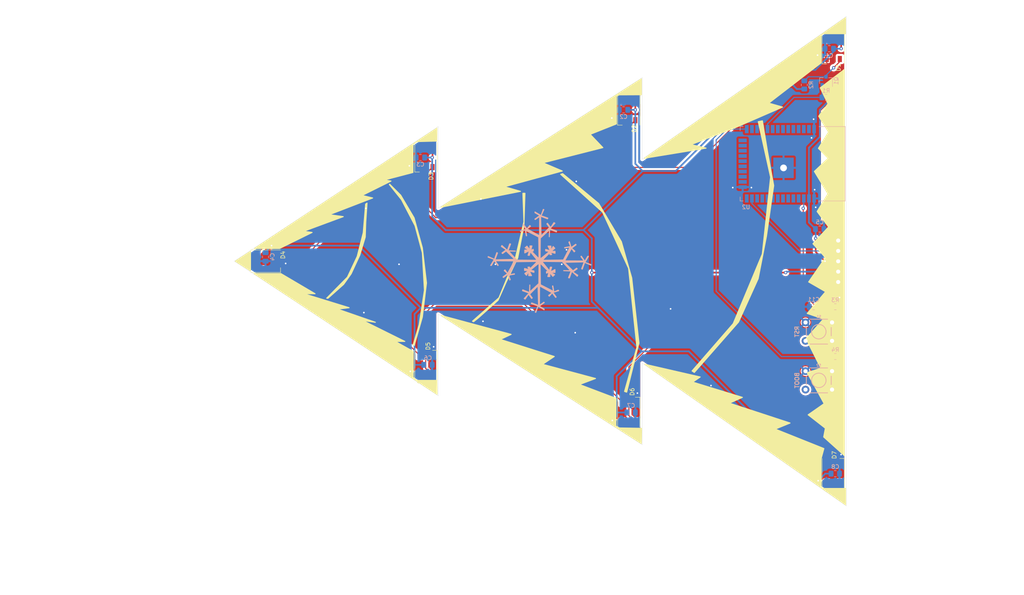
<source format=kicad_pcb>
(kicad_pcb (version 20211014) (generator pcbnew)
  (layers (0 "F.Cu" signal) (31 "B.Cu" signal) (34 "B.Paste" user) (35 "F.Paste" user) (36 "B.SilkS" user "B.Silkscreen") (37 "F.SilkS" user "F.Silkscreen") (38 "B.Mask" user) (39 "F.Mask" user) (44 "Edge.Cuts" user))
  (net 0 "")
  (net 1 "+5V")
  (net 2 "+3V3")
  (net 3 "GND")
  (net 4 "/LED_H")
  (net 8 "/LED_L")
  (net 11 "/TX")
  (net 12 "/RX")
  (net 37 "/EN")
  (net 38 "/00")
  (net 39 "/MODES")
  (net 40 "Net-(D1-Pad2)")
  (net 41 "Net-(D2-Pad2)")
  (net 42 "Net-(D3-Pad2)")
  (net 43 "Net-(D4-Pad2)")
  (net 44 "Net-(D5-Pad2)")
  (net 45 "Net-(D6-Pad2)")
  (footprint "LED_SMD:LED_WS2812B_PLCC4_5.0x5.0mm_P3.2mm" (layer "F.Cu") (at 220.472 27.248 -90)
    (fp_text reference "D1" (at 4.502 -1.27 90) (layer "F.SilkS"))
    (fp_text value "WS2812B")
    (fp_text user "1" (at -4.15 -1.6 90) (layer "F.SilkS"))
    (pad "1" smd rect locked (at -2.45 -1.6 270) (size 1.5 1) (layers "F.Cu" "F.Paste" "F.Mask") (net 1 "+5V"))
    (pad "2" smd rect locked (at -2.45 1.6 270) (size 1.5 1) (layers "F.Cu" "F.Paste" "F.Mask") (net 40 "Net-(D1-Pad2)"))
    (pad "3" smd rect locked (at 2.45 1.6 270) (size 1.5 1) (layers "F.Cu" "F.Paste" "F.Mask") (net 3 "GND"))
    (pad "4" smd rect locked (at 2.45 -1.6 270) (size 1.5 1) (layers "F.Cu" "F.Paste" "F.Mask") (net 4 "/LED_H"))
  )
  (footprint "LED_SMD:LED_WS2812B_PLCC4_5.0x5.0mm_P3.2mm" (layer "F.Cu") (at 120.656 53.748 -90)
    (fp_text reference "D3" (at 4.672 -1.264 90) (layer "F.SilkS"))
    (fp_text value "WS2812B")
    (fp_text user "1" (at -4.15 -1.6 90) (layer "F.SilkS"))
    (pad "1" smd rect locked (at -2.45 -1.6 270) (size 1.5 1) (layers "F.Cu" "F.Paste" "F.Mask") (net 1 "+5V"))
    (pad "2" smd rect locked (at -2.45 1.6 270) (size 1.5 1) (layers "F.Cu" "F.Paste" "F.Mask") (net 42 "Net-(D3-Pad2)"))
    (pad "3" smd rect locked (at 2.45 1.6 270) (size 1.5 1) (layers "F.Cu" "F.Paste" "F.Mask") (net 3 "GND"))
    (pad "4" smd rect locked (at 2.45 -1.6 270) (size 1.5 1) (layers "F.Cu" "F.Paste" "F.Mask") (net 41 "Net-(D2-Pad2)"))
  )
  (footprint "LED_SMD:LED_WS2812B_PLCC4_5.0x5.0mm_P3.2mm" (layer "F.Cu") (at 81.356 79.248)
    (fp_text reference "D4" (at 4.242 -1.524 90) (layer "F.SilkS"))
    (fp_text value "WS2812B")
    (fp_text user "1" (at -4.15 -1.6) (layer "F.SilkS"))
    (pad "1" smd rect locked (at -2.45 -1.6) (size 1.5 1) (layers "F.Cu" "F.Paste" "F.Mask") (net 1 "+5V"))
    (pad "2" smd rect locked (at -2.45 1.6) (size 1.5 1) (layers "F.Cu" "F.Paste" "F.Mask") (net 43 "Net-(D4-Pad2)"))
    (pad "3" smd rect locked (at 2.45 1.6) (size 1.5 1) (layers "F.Cu" "F.Paste" "F.Mask") (net 3 "GND"))
    (pad "4" smd rect locked (at 2.45 -1.6) (size 1.5 1) (layers "F.Cu" "F.Paste" "F.Mask") (net 42 "Net-(D3-Pad2)"))
  )
  (footprint "LED_SMD:LED_WS2812B_PLCC4_5.0x5.0mm_P3.2mm" (layer "F.Cu") (at 120.656 104.748 90)
    (fp_text reference "D5" (at 4.672 0.502 90) (layer "F.SilkS"))
    (fp_text value "WS2812B")
    (fp_text user "1" (at -4.15 -1.6 90) (layer "F.SilkS"))
    (pad "1" smd rect locked (at -2.45 -1.6 90) (size 1.5 1) (layers "F.Cu" "F.Paste" "F.Mask") (net 1 "+5V"))
    (pad "2" smd rect locked (at -2.45 1.6 90) (size 1.5 1) (layers "F.Cu" "F.Paste" "F.Mask") (net 44 "Net-(D5-Pad2)"))
    (pad "3" smd rect locked (at 2.45 1.6 90) (size 1.5 1) (layers "F.Cu" "F.Paste" "F.Mask") (net 3 "GND"))
    (pad "4" smd rect locked (at 2.45 -1.6 90) (size 1.5 1) (layers "F.Cu" "F.Paste" "F.Mask") (net 43 "Net-(D4-Pad2)"))
  )
  (footprint "LED_SMD:LED_WS2812B_PLCC4_5.0x5.0mm_P3.2mm" (layer "F.Cu") (at 170.356 116.248 90)
    (fp_text reference "D6" (at 4.996 0.84 90) (layer "F.SilkS"))
    (fp_text value "WS2812B")
    (fp_text user "1" (at -4.15 -1.6 90) (layer "F.SilkS"))
    (pad "1" smd rect locked (at -2.45 -1.6 90) (size 1.5 1) (layers "F.Cu" "F.Paste" "F.Mask") (net 1 "+5V"))
    (pad "2" smd rect locked (at -2.45 1.6 90) (size 1.5 1) (layers "F.Cu" "F.Paste" "F.Mask") (net 45 "Net-(D6-Pad2)"))
    (pad "3" smd rect locked (at 2.45 1.6 90) (size 1.5 1) (layers "F.Cu" "F.Paste" "F.Mask") (net 3 "GND"))
    (pad "4" smd rect locked (at 2.45 -1.6 90) (size 1.5 1) (layers "F.Cu" "F.Paste" "F.Mask") (net 44 "Net-(D5-Pad2)"))
  )
  (footprint "LED_SMD:LED_WS2812B_PLCC4_5.0x5.0mm_P3.2mm" (layer "F.Cu") (at 220.472 131.248 90)
    (fp_text reference "D7" (at 4.502 0.254 90) (layer "F.SilkS"))
    (fp_text value "WS2812B")
    (fp_text user "1" (at -4.15 -1.6 90) (layer "F.SilkS"))
    (pad "1" smd rect locked (at -2.45 -1.6 90) (size 1.5 1) (layers "F.Cu" "F.Paste" "F.Mask") (net 1 "+5V"))
    (pad "2" smd rect locked (at -2.45 1.6 90) (size 1.5 1) (layers "F.Cu" "F.Paste" "F.Mask"))
    (pad "3" smd rect locked (at 2.45 1.6 90) (size 1.5 1) (layers "F.Cu" "F.Paste" "F.Mask") (net 3 "GND"))
    (pad "4" smd rect locked (at 2.45 -1.6 90) (size 1.5 1) (layers "F.Cu" "F.Paste" "F.Mask") (net 45 "Net-(D6-Pad2)"))
  )
  (footprint "LED_SMD:LED_WS2812B_PLCC4_5.0x5.0mm_P3.2mm" (layer "F.Cu") (at 170.356 42.248 -90)
    (fp_text reference "D2" (at 4.488 -1.348 90) (layer "F.SilkS"))
    (fp_text value "WS2812B")
    (fp_text user "1" (at -4.15 -1.6 90) (layer "F.SilkS"))
    (pad "1" smd rect locked (at -2.45 -1.6 270) (size 1.5 1) (layers "F.Cu" "F.Paste" "F.Mask") (net 1 "+5V"))
    (pad "2" smd rect locked (at -2.45 1.6 270) (size 1.5 1) (layers "F.Cu" "F.Paste" "F.Mask") (net 41 "Net-(D2-Pad2)"))
    (pad "3" smd rect locked (at 2.45 1.6 270) (size 1.5 1) (layers "F.Cu" "F.Paste" "F.Mask") (net 3 "GND"))
    (pad "4" smd rect locked (at 2.45 -1.6 270) (size 1.5 1) (layers "F.Cu" "F.Paste" "F.Mask") (net 40 "Net-(D1-Pad2)"))
  )
  (footprint "Connector_PinHeader_2.54mm:PinHeader_1x05_P2.54mm_Vertical" (layer "F.Cu") (at 221.67 74.1895)
    (fp_text reference "J3" hide)
    (fp_text value "Conn_01x05")
    (pad "1" thru_hole rect locked (at 0 0) (size 1.7 1.7) (drill 1) (layers *.Cu *.Mask) (net 3 "GND"))
    (pad "2" thru_hole oval locked (at 0 2.54) (size 1.7 1.7) (drill 1) (layers *.Cu *.Mask) (net 39 "/MODES"))
    (pad "3" thru_hole oval locked (at 0 5.08) (size 1.7 1.7) (drill 1) (layers *.Cu *.Mask) (net 2 "+3V3"))
    (pad "4" thru_hole oval locked (at 0 7.62) (size 1.7 1.7) (drill 1) (layers *.Cu *.Mask) (net 1 "+5V"))
    (pad "5" thru_hole oval locked (at 0 10.16) (size 1.7 1.7) (drill 1) (layers *.Cu *.Mask) (net 3 "GND"))
  )
  (footprint "RF_Module:ESP32-WROOM-32" (layer "B.Cu") (at 207.518 55.372 90)
    (fp_text reference "U2" (at -10.61 -8.43 180) (layer "B.SilkS") (effects (justify mirror)))
    (fp_text value "ESP32-WROOM-32")
    (pad "1" smd rect locked (at -8.5 8.255 90) (size 2 0.9) (layers "B.Cu" "B.Paste" "B.Mask") (net 3 "GND"))
    (pad "2" smd rect locked (at -8.5 6.985 90) (size 2 0.9) (layers "B.Cu" "B.Paste" "B.Mask") (net 2 "+3V3"))
    (pad "3" smd rect locked (at -8.5 5.715 90) (size 2 0.9) (layers "B.Cu" "B.Paste" "B.Mask") (net 37 "/EN"))
    (pad "4" smd rect locked (at -8.5 4.445 90) (size 2 0.9) (layers "B.Cu" "B.Paste" "B.Mask"))
    (pad "5" smd rect locked (at -8.5 3.175 90) (size 2 0.9) (layers "B.Cu" "B.Paste" "B.Mask"))
    (pad "6" smd rect locked (at -8.5 1.905 90) (size 2 0.9) (layers "B.Cu" "B.Paste" "B.Mask"))
    (pad "7" smd rect locked (at -8.5 0.635 90) (size 2 0.9) (layers "B.Cu" "B.Paste" "B.Mask"))
    (pad "8" smd rect locked (at -8.5 -0.635 90) (size 2 0.9) (layers "B.Cu" "B.Paste" "B.Mask"))
    (pad "9" smd rect locked (at -8.5 -1.905 90) (size 2 0.9) (layers "B.Cu" "B.Paste" "B.Mask"))
    (pad "10" smd rect locked (at -8.5 -3.175 90) (size 2 0.9) (layers "B.Cu" "B.Paste" "B.Mask"))
    (pad "11" smd rect locked (at -8.5 -4.445 90) (size 2 0.9) (layers "B.Cu" "B.Paste" "B.Mask"))
    (pad "12" smd rect locked (at -8.5 -5.715 90) (size 2 0.9) (layers "B.Cu" "B.Paste" "B.Mask"))
    (pad "13" smd rect locked (at -8.5 -6.985 90) (size 2 0.9) (layers "B.Cu" "B.Paste" "B.Mask") (net 39 "/MODES"))
    (pad "14" smd rect locked (at -8.5 -8.255 90) (size 2 0.9) (layers "B.Cu" "B.Paste" "B.Mask"))
    (pad "15" smd rect locked (at -5.715 -9.255) (size 2 0.9) (layers "B.Cu" "B.Paste" "B.Mask") (net 3 "GND"))
    (pad "16" smd rect locked (at -4.445 -9.255) (size 2 0.9) (layers "B.Cu" "B.Paste" "B.Mask"))
    (pad "17" smd rect locked (at -3.175 -9.255) (size 2 0.9) (layers "B.Cu" "B.Paste" "B.Mask"))
    (pad "18" smd rect locked (at -1.905 -9.255) (size 2 0.9) (layers "B.Cu" "B.Paste" "B.Mask"))
    (pad "19" smd rect locked (at -0.635 -9.255) (size 2 0.9) (layers "B.Cu" "B.Paste" "B.Mask"))
    (pad "20" smd rect locked (at 0.635 -9.255) (size 2 0.9) (layers "B.Cu" "B.Paste" "B.Mask"))
    (pad "21" smd rect locked (at 1.905 -9.255) (size 2 0.9) (layers "B.Cu" "B.Paste" "B.Mask"))
    (pad "22" smd rect locked (at 3.175 -9.255) (size 2 0.9) (layers "B.Cu" "B.Paste" "B.Mask"))
    (pad "23" smd rect locked (at 4.445 -9.255) (size 2 0.9) (layers "B.Cu" "B.Paste" "B.Mask"))
    (pad "24" smd rect locked (at 5.715 -9.255) (size 2 0.9) (layers "B.Cu" "B.Paste" "B.Mask"))
    (pad "25" smd rect locked (at 8.5 -8.255 90) (size 2 0.9) (layers "B.Cu" "B.Paste" "B.Mask") (net 38 "/00"))
    (pad "26" smd rect locked (at 8.5 -6.985 90) (size 2 0.9) (layers "B.Cu" "B.Paste" "B.Mask"))
    (pad "27" smd rect locked (at 8.5 -5.715 90) (size 2 0.9) (layers "B.Cu" "B.Paste" "B.Mask"))
    (pad "28" smd rect locked (at 8.5 -4.445 90) (size 2 0.9) (layers "B.Cu" "B.Paste" "B.Mask"))
    (pad "29" smd rect locked (at 8.5 -3.175 90) (size 2 0.9) (layers "B.Cu" "B.Paste" "B.Mask") (net 8 "/LED_L"))
    (pad "30" smd rect locked (at 8.5 -1.905 90) (size 2 0.9) (layers "B.Cu" "B.Paste" "B.Mask"))
    (pad "31" smd rect locked (at 8.5 -0.635 90) (size 2 0.9) (layers "B.Cu" "B.Paste" "B.Mask"))
    (pad "32" smd rect locked (at 8.5 0.635 90) (size 2 0.9) (layers "B.Cu" "B.Paste" "B.Mask"))
    (pad "33" smd rect locked (at 8.5 1.905 90) (size 2 0.9) (layers "B.Cu" "B.Paste" "B.Mask"))
    (pad "34" smd rect locked (at 8.5 3.175 90) (size 2 0.9) (layers "B.Cu" "B.Paste" "B.Mask") (net 12 "/RX"))
    (pad "35" smd rect locked (at 8.5 4.445 90) (size 2 0.9) (layers "B.Cu" "B.Paste" "B.Mask") (net 11 "/TX"))
    (pad "36" smd rect locked (at 8.5 5.715 90) (size 2 0.9) (layers "B.Cu" "B.Paste" "B.Mask"))
    (pad "37" smd rect locked (at 8.5 6.985 90) (size 2 0.9) (layers "B.Cu" "B.Paste" "B.Mask"))
    (pad "38" smd rect locked (at 8.5 8.255 90) (size 2 0.9) (layers "B.Cu" "B.Paste" "B.Mask") (net 3 "GND"))
    (pad "39" smd rect locked (at -1 0.755 90) (size 5 5) (layers "B.Cu" "B.Paste" "B.Mask") (net 3 "GND"))
  )
  (footprint "Resistor_SMD:R_0805_2012Metric_Pad1.20x1.40mm_HandSolder" (layer "B.Cu") (at 213.36 36.052 90)
    (fp_text reference "R2" (at 0 1.65 270) (layer "B.SilkS") (effects (justify mirror)))
    (fp_text value "10K")
    (pad "1" smd roundrect locked (at -1 0 90) (size 1.2 1.4) (layers "B.Cu" "B.Paste" "B.Mask") (roundrect_rratio 0.208333) (net 1 "+5V"))
    (pad "2" smd roundrect locked (at 1 0 90) (size 1.2 1.4) (layers "B.Cu" "B.Paste" "B.Mask") (roundrect_rratio 0.208333) (net 4 "/LED_H"))
  )
  (footprint "Capacitor_SMD:C_0805_2012Metric_Pad1.18x1.45mm_HandSolder" (layer "B.Cu") (at 219.4853 27.178)
    (fp_text reference "C1" (at 0 1.68 180) (layer "B.SilkS") (effects (justify mirror)))
    (fp_text value "100nF")
    (pad "1" smd roundrect locked (at -1.0375 0) (size 1.175 1.45) (layers "B.Cu" "B.Paste" "B.Mask") (roundrect_rratio 0.212766) (net 3 "GND"))
    (pad "2" smd roundrect locked (at 1.0375 0) (size 1.175 1.45) (layers "B.Cu" "B.Paste" "B.Mask") (roundrect_rratio 0.212766) (net 1 "+5V"))
  )
  (footprint "Capacitor_SMD:C_0805_2012Metric_Pad1.18x1.45mm_HandSolder" (layer "B.Cu") (at 169.0663 42.164)
    (fp_text reference "C2" (at 0 1.68) (layer "B.SilkS") (effects (justify mirror)))
    (fp_text value "100nF")
    (pad "1" smd roundrect locked (at -1.0375 0) (size 1.175 1.45) (layers "B.Cu" "B.Paste" "B.Mask") (roundrect_rratio 0.212766) (net 3 "GND"))
    (pad "2" smd roundrect locked (at 1.0375 0) (size 1.175 1.45) (layers "B.Cu" "B.Paste" "B.Mask") (roundrect_rratio 0.212766) (net 1 "+5V"))
  )
  (footprint "Package_TO_SOT_SMD:SOT-23" (layer "B.Cu") (at 218.694 35.052 90)
    (fp_text reference "Q1" (at 0 2.5 270) (layer "B.SilkS") (effects (justify mirror)))
    (fp_text value "BSS138")
    (pad "1" smd rect locked (at -1 0.95 90) (size 0.9 0.8) (layers "B.Cu" "B.Paste" "B.Mask") (net 2 "+3V3"))
    (pad "2" smd rect locked (at -1 -0.95 90) (size 0.9 0.8) (layers "B.Cu" "B.Paste" "B.Mask") (net 8 "/LED_L"))
    (pad "3" smd rect locked (at 1 0 90) (size 0.9 0.8) (layers "B.Cu" "B.Paste" "B.Mask") (net 4 "/LED_H"))
  )
  (footprint "Capacitor_SMD:C_0805_2012Metric_Pad1.18x1.45mm_HandSolder" (layer "B.Cu") (at 121.1365 104.648 180)
    (fp_text reference "C6" (at 0 1.68 180) (layer "B.SilkS") (effects (justify mirror)))
    (fp_text value "100nF")
    (pad "1" smd roundrect locked (at -1.0375 0 180) (size 1.175 1.45) (layers "B.Cu" "B.Paste" "B.Mask") (roundrect_rratio 0.212766) (net 3 "GND"))
    (pad "2" smd roundrect locked (at 1.0375 0 180) (size 1.175 1.45) (layers "B.Cu" "B.Paste" "B.Mask") (roundrect_rratio 0.212766) (net 1 "+5V"))
  )
  (footprint "Capacitor_SMD:C_0805_2012Metric_Pad1.18x1.45mm_HandSolder" (layer "B.Cu") (at 170.9205 116.332 180)
    (fp_text reference "C7" (at 0 1.68) (layer "B.SilkS") (effects (justify mirror)))
    (fp_text value "100nF")
    (pad "1" smd roundrect locked (at -1.0375 0 180) (size 1.175 1.45) (layers "B.Cu" "B.Paste" "B.Mask") (roundrect_rratio 0.212766) (net 3 "GND"))
    (pad "2" smd roundrect locked (at 1.0375 0 180) (size 1.175 1.45) (layers "B.Cu" "B.Paste" "B.Mask") (roundrect_rratio 0.212766) (net 1 "+5V"))
  )
  (footprint "Capacitor_SMD:C_0805_2012Metric_Pad1.18x1.45mm_HandSolder" (layer "B.Cu") (at 220.9585 131.318 180)
    (fp_text reference "C8" (at 0 1.68) (layer "B.SilkS") (effects (justify mirror)))
    (fp_text value "100nF")
    (pad "1" smd roundrect locked (at -1.0375 0 180) (size 1.175 1.45) (layers "B.Cu" "B.Paste" "B.Mask") (roundrect_rratio 0.212766) (net 3 "GND"))
    (pad "2" smd roundrect locked (at 1.0375 0 180) (size 1.175 1.45) (layers "B.Cu" "B.Paste" "B.Mask") (roundrect_rratio 0.212766) (net 1 "+5V"))
  )
  (footprint "Resistor_SMD:R_0805_2012Metric_Pad1.20x1.40mm_HandSolder" (layer "B.Cu") (at 220.964 90.424 180)
    (fp_text reference "R3" (at 0 1.65 180) (layer "B.SilkS") (effects (justify mirror)))
    (fp_text value "10K")
    (pad "1" smd roundrect locked (at -1 0 180) (size 1.2 1.4) (layers "B.Cu" "B.Paste" "B.Mask") (roundrect_rratio 0.208333) (net 2 "+3V3"))
    (pad "2" smd roundrect locked (at 1 0 180) (size 1.2 1.4) (layers "B.Cu" "B.Paste" "B.Mask") (roundrect_rratio 0.208333) (net 37 "/EN"))
  )
  (footprint "Capacitor_SMD:C_0805_2012Metric_Pad1.18x1.45mm_HandSolder" (layer "B.Cu") (at 81.3308 78.2027 90)
    (fp_text reference "C4" (at 0 1.68 90) (layer "B.SilkS") (effects (justify mirror)))
    (fp_text value "100nF")
    (pad "1" smd roundrect locked (at -1.0375 0 90) (size 1.175 1.45) (layers "B.Cu" "B.Paste" "B.Mask") (roundrect_rratio 0.212766) (net 3 "GND"))
    (pad "2" smd roundrect locked (at 1.0375 0 90) (size 1.175 1.45) (layers "B.Cu" "B.Paste" "B.Mask") (roundrect_rratio 0.212766) (net 1 "+5V"))
  )
  (footprint "Capacitor_SMD:C_0805_2012Metric_Pad1.18x1.45mm_HandSolder" (layer "B.Cu") (at 217.1485 71.374 180)
    (fp_text reference "C5" (at 0 1.68 180) (layer "B.SilkS") (effects (justify mirror)))
    (fp_text value "100nF")
    (pad "1" smd roundrect locked (at -1.0375 0 180) (size 1.175 1.45) (layers "B.Cu" "B.Paste" "B.Mask") (roundrect_rratio 0.212766) (net 3 "GND"))
    (pad "2" smd roundrect locked (at 1.0375 0 180) (size 1.175 1.45) (layers "B.Cu" "B.Paste" "B.Mask") (roundrect_rratio 0.212766) (net 2 "+3V3"))
  )
  (footprint "Resistor_SMD:R_0805_2012Metric_Pad1.20x1.40mm_HandSolder" (layer "B.Cu") (at 218.71 39.116 180)
    (fp_text reference "R1" (at 0 1.65 180) (layer "B.SilkS") (effects (justify mirror)))
    (fp_text value "10K")
    (pad "1" smd roundrect locked (at -1 0 180) (size 1.2 1.4) (layers "B.Cu" "B.Paste" "B.Mask") (roundrect_rratio 0.208333) (net 2 "+3V3"))
    (pad "2" smd roundrect locked (at 1 0 180) (size 1.2 1.4) (layers "B.Cu" "B.Paste" "B.Mask") (roundrect_rratio 0.208333) (net 8 "/LED_L"))
  )
  (footprint "Capacitor_SMD:C_0805_2012Metric_Pad1.18x1.45mm_HandSolder" (layer "B.Cu") (at 119.2823 53.848)
    (fp_text reference "C3" (at 0 1.68) (layer "B.SilkS") (effects (justify mirror)))
    (fp_text value "100nF")
    (pad "1" smd roundrect locked (at -1.0375 0) (size 1.175 1.45) (layers "B.Cu" "B.Paste" "B.Mask") (roundrect_rratio 0.212766) (net 3 "GND"))
    (pad "2" smd roundrect locked (at 1.0375 0) (size 1.175 1.45) (layers "B.Cu" "B.Paste" "B.Mask") (roundrect_rratio 0.212766) (net 1 "+5V"))
  )
  (footprint "Resistor_SMD:R_0805_2012Metric_Pad1.20x1.40mm_HandSolder" (layer "B.Cu") (at 220.964 102.616 180)
    (fp_text reference "R4" (at 0 1.65 180) (layer "B.SilkS") (effects (justify mirror)))
    (fp_text value "10K")
    (pad "1" smd roundrect locked (at -1 0 180) (size 1.2 1.4) (layers "B.Cu" "B.Paste" "B.Mask") (roundrect_rratio 0.208333) (net 2 "+3V3"))
    (pad "2" smd roundrect locked (at 1 0 180) (size 1.2 1.4) (layers "B.Cu" "B.Paste" "B.Mask") (roundrect_rratio 0.208333) (net 38 "/00"))
  )
  (footprint "Switches:TACTILE_SWITCH_PTH_6.0MM" (layer "B.Cu") (at 216.916 96.52 180)
    (fp_text reference "S1" (at 0 3.683 180) (layer "B.SilkS") (effects (font (size 0.6096 0.6096) (thickness 0.127)) (justify mirror)))
    (fp_text value "RST" (at 5.334 0 90) (layer "B.SilkS") (effects (font (thickness 0.2)) (justify mirror)))
    (pad "1" thru_hole circle locked (at -3.2512 2.2606 180) (size 1.8796 1.8796) (drill 1.016) (layers *.Cu *.Mask) (net 37 "/EN"))
    (pad "2" thru_hole circle locked (at 3.2512 2.2606 180) (size 1.8796 1.8796) (drill 1.016) (layers *.Cu *.Mask) (net 3 "GND"))
    (pad "3" thru_hole circle locked (at -3.2512 -2.2606 180) (size 1.8796 1.8796) (drill 1.016) (layers *.Cu *.Mask))
    (pad "4" thru_hole circle locked (at 3.2512 -2.2606 180) (size 1.8796 1.8796) (drill 1.016) (layers *.Cu *.Mask))
  )
  (footprint "Switches:TACTILE_SWITCH_PTH_6.0MM" (layer "B.Cu") (at 216.916 108.458 180)
    (fp_text reference "S2" (at 0 3.683 180) (layer "B.SilkS") (effects (font (size 0.6096 0.6096) (thickness 0.127)) (justify mirror)))
    (fp_text value "BOOT" (at 5.334 0 270) (layer "B.SilkS") (effects (font (thickness 0.2)) (justify mirror)))
    (pad "1" thru_hole circle locked (at -3.2512 2.2606 180) (size 1.8796 1.8796) (drill 1.016) (layers *.Cu *.Mask) (net 38 "/00"))
    (pad "2" thru_hole circle locked (at 3.2512 2.2606 180) (size 1.8796 1.8796) (drill 1.016) (layers *.Cu *.Mask) (net 3 "GND"))
    (pad "3" thru_hole circle locked (at -3.2512 -2.2606 180) (size 1.8796 1.8796) (drill 1.016) (layers *.Cu *.Mask))
    (pad "4" thru_hole circle locked (at 3.2512 -2.2606 180) (size 1.8796 1.8796) (drill 1.016) (layers *.Cu *.Mask))
  )
  (footprint "Capacitor_SMD:C_0805_2012Metric_Pad1.18x1.45mm_HandSolder" (layer "B.Cu") (at 215.6245 90.424)
    (fp_text reference "C11" (at 0.0215 -1.778 180) (layer "B.SilkS") (effects (justify mirror)))
    (fp_text value "100nF")
    (pad "1" smd roundrect locked (at -1.0375 0) (size 1.175 1.45) (layers "B.Cu" "B.Paste" "B.Mask") (roundrect_rratio 0.212766) (net 3 "GND"))
    (pad "2" smd roundrect locked (at 1.0375 0) (size 1.175 1.45) (layers "B.Cu" "B.Paste" "B.Mask") (roundrect_rratio 0.212766) (net 37 "/EN"))
  )
  (gr_line (start 173.66 54.248) (end 223.66 19.248) (layer "Edge.Cuts") (width 0.05))
  (gr_line (start 123.66 112.248) (end 123.66 92.248) (layer "Edge.Cuts") (width 0.05))
  (gr_line (start 73.66 79.248) (end 123.66 46.248) (layer "Edge.Cuts") (width 0.05))
  (gr_line (start 123.66 66.248) (end 173.66 34.248) (layer "Edge.Cuts") (width 0.05))
  (gr_line (start 173.66 104.248) (end 223.66 139.248) (layer "Edge.Cuts") (width 0.05))
  (gr_line (start 173.66 34.248) (end 173.66 54.248) (layer "Edge.Cuts") (width 0.05))
  (gr_line (start 223.66 19.248) (end 223.66 79.248) (layer "Edge.Cuts") (width 0.05))
  (gr_line (start 173.66 124.248) (end 173.66 104.248) (layer "Edge.Cuts") (width 0.05))
  (gr_line (start 223.66 139.248) (end 223.66 79.248) (layer "Edge.Cuts") (width 0.05))
  (gr_line (start 123.66 92.248) (end 173.66 124.248) (layer "Edge.Cuts") (width 0.05))
  (gr_line (start 123.66 46.248) (end 123.66 66.248) (layer "Edge.Cuts") (width 0.05))
  (gr_line (start 123.66 112.248) (end 73.66 79.248) (layer "Edge.Cuts") (width 0.05))
  (segment (start 208.788 82.042) (end 161.29 82.042) (width 0.4064) (layer "F.Cu") (net 1))
  (segment (start 122.256 53.766) (end 122.174 53.848) (width 0.4064) (layer "F.Cu") (net 1))
  (segment (start 82.804 75.438) (end 81.116 75.438) (width 0.4064) (layer "F.Cu") (net 1))
  (segment (start 81.116 75.438) (end 78.906 77.648) (width 0.4064) (layer "F.Cu") (net 1))
  (segment (start 222.4024 27.1526) (end 222.4024 25.1284) (width 0.4064) (layer "F.Cu") (net 1))
  (segment (start 168.756 118.698) (end 166.7294 118.698) (width 0.4064) (layer "F.Cu") (net 1))
  (segment (start 122.256 51.298) (end 122.256 53.766) (width 0.4064) (layer "F.Cu") (net 1))
  (segment (start 166.7294 118.698) (end 166.3192 118.2878) (width 0.4064) (layer "F.Cu") (net 1))
  (segment (start 218.872 133.698) (end 217.4164 133.698) (width 0.4064) (layer "F.Cu") (net 1))
  (segment (start 119.056 107.198) (end 117.7644 107.198) (width 0.4064) (layer "F.Cu") (net 1))
  (segment (start 117.7644 107.198) (end 116.8146 106.2482) (width 0.4064) (layer "F.Cu") (net 1))
  (segment (start 222.4024 25.1284) (end 222.072 24.798) (width 0.4064) (layer "F.Cu") (net 1))
  (segment (start 171.956 39.798) (end 171.956 42.162) (width 0.4064) (layer "F.Cu") (net 1))
  (segment (start 171.956 42.162) (end 171.958 42.164) (width 0.4064) (layer "F.Cu") (net 1))
  (segment (start 217.4164 133.698) (end 216.7636 133.0452) (width 0.4064) (layer "F.Cu") (net 1))
  (via (at 161.29 82.042) (size 0.8) (drill 0.4) (layers "F.Cu" "B.Cu") (net 1))
  (via (at 208.788 82.042) (size 0.8) (drill 0.4) (layers "F.Cu" "B.Cu") (net 1))
  (via (at 171.958 42.164) (size 0.8) (drill 0.4) (layers "F.Cu" "B.Cu") (net 1))
  (via (at 122.174 53.848) (size 0.8) (drill 0.4) (layers "F.Cu" "B.Cu") (net 1))
  (via (at 82.804 75.438) (size 0.8) (drill 0.4) (layers "F.Cu" "B.Cu") (net 1))
  (via (at 166.3192 118.2878) (size 0.8) (drill 0.4) (layers "F.Cu" "B.Cu") (net 1))
  (via (at 216.7636 133.0452) (size 0.8) (drill 0.4) (layers "F.Cu" "B.Cu") (net 1))
  (via (at 116.8146 106.2482) (size 0.8) (drill 0.4) (layers "F.Cu" "B.Cu") (net 1))
  (via (at 222.4024 27.1526) (size 0.8) (drill 0.4) (layers "F.Cu" "B.Cu") (net 1))
  (segment (start 82.804 75.438) (end 104.14 75.438) (width 0.4064) (layer "B.Cu") (net 1))
  (segment (start 161.29 89.154) (end 162.814 90.678) (width 0.4064) (layer "B.Cu") (net 1))
  (segment (start 161.29 82.042) (end 161.29 89.154) (width 0.4064) (layer "B.Cu") (net 1))
  (segment (start 161.29 82.042) (end 161.29 73.66) (width 0.4064) (layer "B.Cu") (net 1))
  (segment (start 161.29 73.66) (end 159.258 71.628) (width 0.4064) (layer "B.Cu") (net 1))
  (segment (start 171.958 55.372) (end 171.958 42.164) (width 0.4064) (layer "B.Cu") (net 1))
  (segment (start 119.38 90.678) (end 162.814 90.678) (width 0.4064) (layer "B.Cu") (net 1))
  (segment (start 122.174 68.326) (end 125.476 71.628) (width 0.4064) (layer "B.Cu") (net 1))
  (segment (start 173.736 57.15) (end 171.958 55.372) (width 0.4064) (layer "B.Cu") (net 1))
  (segment (start 125.476 71.628) (end 159.258 71.628) (width 0.4064) (layer "B.Cu") (net 1))
  (segment (start 181.864 57.15) (end 173.736 57.15) (width 0.4064) (layer "B.Cu") (net 1))
  (segment (start 202.946 36.068) (end 181.864 57.15) (width 0.4064) (layer "B.Cu") (net 1))
  (segment (start 210.566 36.068) (end 202.946 36.068) (width 0.4064) (layer "B.Cu") (net 1))
  (segment (start 211.55 37.052) (end 213.36 37.052) (width 0.4064) (layer "B.Cu") (net 1))
  (segment (start 162.814 90.678) (end 173.482 101.346) (width 0.4064) (layer "B.Cu") (net 1))
  (segment (start 104.14 75.438) (end 119.38 90.678) (width 0.4064) (layer "B.Cu") (net 1))
  (segment (start 117.856 104.648) (end 117.856 92.202) (width 0.4064) (layer "B.Cu") (net 1))
  (segment (start 173.482 101.346) (end 167.386 107.442) (width 0.4064) (layer "B.Cu") (net 1))
  (segment (start 167.386 107.442) (end 167.386 116.332) (width 0.4064) (layer "B.Cu") (net 1))
  (segment (start 117.856 92.202) (end 119.38 90.678) (width 0.4064) (layer "B.Cu") (net 1))
  (segment (start 221.67 81.8095) (end 209.0205 81.8095) (width 0.4064) (layer "B.Cu") (net 1))
  (segment (start 209.0205 81.8095) (end 208.788 82.042) (width 0.4064) (layer "B.Cu") (net 1))
  (segment (start 122.174 53.848) (end 122.174 68.326) (width 0.4064) (layer "B.Cu") (net 1))
  (segment (start 210.566 36.068) (end 211.55 37.052) (width 0.4064) (layer "B.Cu") (net 1))
  (segment (start 82.804 75.438) (end 82.804 75.438) (width 0.4064) (layer "B.Cu") (net 1))
  (segment (start 159.258 71.628) (end 173.736 57.15) (width 0.4064) (layer "B.Cu") (net 1))
  (segment (start 169.883 116.332) (end 167.386 116.332) (width 0.4064) (layer "B.Cu") (net 1))
  (segment (start 81.28 76.962) (end 82.804 75.438) (width 0.4064) (layer "B.Cu") (net 1))
  (segment (start 120.099 104.648) (end 117.856 104.648) (width 0.4064) (layer "B.Cu") (net 1))
  (segment (start 220.5228 27.178) (end 220.5228 27.9146) (width 0.4064) (layer "B.Cu") (net 1))
  (segment (start 220.5228 27.178) (end 222.377 27.178) (width 0.4064) (layer "B.Cu") (net 1))
  (segment (start 210.566 34.7218) (end 210.566 36.068) (width 0.4064) (layer "B.Cu") (net 1))
  (segment (start 170.1038 42.164) (end 171.958 42.164) (width 0.4064) (layer "B.Cu") (net 1))
  (segment (start 120.3198 53.848) (end 122.174 53.848) (width 0.4064) (layer "B.Cu") (net 1))
  (segment (start 185.0644 101.346) (end 216.7636 133.0452) (width 0.4064) (layer "B.Cu") (net 1))
  (segment (start 166.3192 118.2878) (end 167.386 117.221) (width 0.4064) (layer "B.Cu") (net 1))
  (segment (start 116.8146 106.2482) (end 117.856 105.2068) (width 0.4064) (layer "B.Cu") (net 1))
  (segment (start 167.386 117.221) (end 167.386 116.332) (width 0.4064) (layer "B.Cu") (net 1))
  (segment (start 220.5228 27.9146) (end 216.0778 32.3596) (width 0.4064) (layer "B.Cu") (net 1))
  (segment (start 222.377 27.178) (end 222.4024 27.1526) (width 0.4064) (layer "B.Cu") (net 1))
  (segment (start 212.9282 32.3596) (end 210.566 34.7218) (width 0.4064) (layer "B.Cu") (net 1))
  (segment (start 216.0778 32.3596) (end 212.9282 32.3596) (width 0.4064) (layer "B.Cu") (net 1))
  (segment (start 173.482 101.346) (end 185.0644 101.346) (width 0.4064) (layer "B.Cu") (net 1))
  (segment (start 218.4908 131.318) (end 216.7636 133.0452) (width 0.4064) (layer "B.Cu") (net 1))
  (segment (start 219.921 131.318) (end 218.4908 131.318) (width 0.4064) (layer "B.Cu") (net 1))
  (segment (start 117.856 105.2068) (end 117.856 104.648) (width 0.4064) (layer "B.Cu") (net 1))
  (segment (start 216.154 76.962) (end 216.154 73.66) (width 0.4064) (layer "F.Cu") (net 2))
  (segment (start 218.44 79.248) (end 216.154 76.962) (width 0.4064) (layer "F.Cu") (net 2))
  (segment (start 218.44 84.582) (end 221.996 88.138) (width 0.4064) (layer "F.Cu") (net 2))
  (segment (start 218.44 79.248) (end 218.44 84.582) (width 0.4064) (layer "F.Cu") (net 2))
  (via (at 221.996 88.138) (size 0.8) (drill 0.4) (layers "F.Cu" "B.Cu") (net 2))
  (via (at 216.154 73.66) (size 0.8) (drill 0.4) (layers "F.Cu" "B.Cu") (net 2))
  (via (at 218.44 79.248) (size 0.8) (drill 0.4) (layers "F.Cu" "B.Cu") (net 2))
  (segment (start 218.4615 79.2695) (end 218.44 79.248) (width 0.4064) (layer "B.Cu") (net 2))
  (segment (start 221.67 79.2695) (end 218.4615 79.2695) (width 0.4064) (layer "B.Cu") (net 2))
  (segment (start 222.504 90.964) (end 221.964 90.424) (width 0.4064) (layer "B.Cu") (net 2))
  (segment (start 219.71 39.116) (end 219.71 36.118) (width 0.254) (layer "B.Cu") (net 2))
  (segment (start 219.71 36.118) (end 219.644 36.052) (width 0.254) (layer "B.Cu") (net 2))
  (segment (start 214.503 51.435) (end 214.503 63.872) (width 0.4064) (layer "B.Cu") (net 2))
  (segment (start 219.71 39.116) (end 219.71 39.624) (width 0.4064) (layer "B.Cu") (net 2))
  (segment (start 214.503 63.872) (end 214.503 69.766) (width 0.4064) (layer "B.Cu") (net 2))
  (segment (start 221.964 101.632) (end 222.504 101.092) (width 0.4064) (layer "B.Cu") (net 2))
  (segment (start 219.71 39.624) (end 217.17 42.164) (width 0.4064) (layer "B.Cu") (net 2))
  (segment (start 222.504 101.092) (end 222.504 90.964) (width 0.4064) (layer "B.Cu") (net 2))
  (segment (start 214.503 69.766) (end 216.111 71.374) (width 0.4064) (layer "B.Cu") (net 2))
  (segment (start 216.154 73.66) (end 216.154 71.417) (width 0.4064) (layer "B.Cu") (net 2))
  (segment (start 221.996 90.392) (end 221.964 90.424) (width 0.4064) (layer "B.Cu") (net 2))
  (segment (start 221.996 88.138) (end 221.996 90.392) (width 0.4064) (layer "B.Cu") (net 2))
  (segment (start 217.17 48.768) (end 214.503 51.435) (width 0.4064) (layer "B.Cu") (net 2))
  (segment (start 221.964 102.616) (end 221.964 101.632) (width 0.4064) (layer "B.Cu") (net 2))
  (segment (start 217.17 42.164) (end 217.17 48.768) (width 0.4064) (layer "B.Cu") (net 2))
  (segment (start 216.154 71.417) (end 216.111 71.374) (width 0.4064) (layer "B.Cu") (net 2))
  (segment (start 119.056 56.198) (end 116.904 56.198) (width 0.4064) (layer "F.Cu") (net 3))
  (segment (start 122.256 100.502) (end 122.5296 100.2284) (width 0.4064) (layer "F.Cu") (net 3))
  (segment (start 83.806 80.848) (end 85.2172 80.848) (width 0.4064) (layer "F.Cu") (net 3))
  (segment (start 171.956 112.0922) (end 172.466 111.5822) (width 0.4064) (layer "F.Cu") (net 3))
  (segment (start 116.904 56.198) (end 116.586 55.88) (width 0.4064) (layer "F.Cu") (net 3))
  (segment (start 222.072 126.9494) (end 222.377 126.6444) (width 0.4064) (layer "F.Cu") (net 3))
  (segment (start 122.256 102.298) (end 122.256 100.502) (width 0.4064) (layer "F.Cu") (net 3))
  (segment (start 171.956 113.798) (end 171.956 112.0922) (width 0.4064) (layer "F.Cu") (net 3))
  (segment (start 166.7196 44.698) (end 166.1922 44.1706) (width 0.4064) (layer "F.Cu") (net 3))
  (segment (start 168.756 44.698) (end 166.7196 44.698) (width 0.4064) (layer "F.Cu") (net 3))
  (segment (start 217.5564 29.698) (end 216.6112 28.7528) (width 0.4064) (layer "F.Cu") (net 3))
  (segment (start 85.2172 80.848) (end 86.2584 79.8068) (width 0.4064) (layer "F.Cu") (net 3))
  (segment (start 218.872 29.698) (end 217.5564 29.698) (width 0.4064) (layer "F.Cu") (net 3))
  (segment (start 222.072 128.798) (end 222.072 126.9494) (width 0.4064) (layer "F.Cu") (net 3))
  (via (at 190.5 109.728) (size 0.8) (drill 0.4) (layers "F.Cu" "B.Cu") (net 3))
  (via (at 137.668 80.01) (size 0.8) (drill 0.4) (layers "F.Cu" "B.Cu") (net 3))
  (via (at 180.594 90.932) (size 0.8) (drill 0.4) (layers "F.Cu" "B.Cu") (net 3))
  (via (at 114.046 80.01) (size 0.8) (drill 0.4) (layers "F.Cu" "B.Cu") (net 3))
  (via (at 215.9 61.722) (size 0.8) (drill 0.4) (layers "F.Cu" "B.Cu") (net 3))
  (via (at 216.154 66.04) (size 0.8) (drill 0.4) (layers "F.Cu" "B.Cu") (net 3))
  (via (at 155.0924 76.454) (size 0.8) (drill 0.4) (layers "F.Cu" "B.Cu") (net 3))
  (via (at 105.4354 91.8464) (size 0.8) (drill 0.4) (layers "F.Cu" "B.Cu") (net 3))
  (via (at 157.226 96.774) (size 0.8) (drill 0.4) (layers "F.Cu" "B.Cu") (net 3))
  (via (at 157.48 59.69) (size 0.8) (drill 0.4) (layers "F.Cu" "B.Cu") (net 3))
  (via (at 153.924 80.01) (size 0.8) (drill 0.4) (layers "F.Cu" "B.Cu") (net 3))
  (via (at 134.62 93.98) (size 0.8) (drill 0.4) (layers "F.Cu" "B.Cu") (net 3))
  (via (at 105.918 66.294) (size 0.8) (drill 0.4) (layers "F.Cu" "B.Cu") (net 3))
  (via (at 215.646 44.45) (size 0.8) (drill 0.4) (layers "F.Cu" "B.Cu") (net 3))
  (via (at 134.112 64.008) (size 0.8) (drill 0.4) (layers "F.Cu" "B.Cu") (net 3))
  (via (at 215.138 49.022) (size 0.8) (drill 0.4) (layers "F.Cu" "B.Cu") (net 3))
  (via (at 195.834 61.214) (size 0.8) (drill 0.4) (layers "F.Cu" "B.Cu") (net 3))
  (via (at 200.406 61.214) (size 0.8) (drill 0.4) (layers "F.Cu" "B.Cu") (net 3))
  (via (at 208.28 56.388) (size 2.032) (drill 1.651) (layers "F.Cu" "B.Cu") (net 3))
  (via (at 166.1922 44.1706) (size 0.8) (drill 0.4) (layers "F.Cu" "B.Cu") (net 3))
  (via (at 216.6112 28.7528) (size 0.8) (drill 0.4) (layers "F.Cu" "B.Cu") (net 3))
  (via (at 86.2584 79.8068) (size 0.8) (drill 0.4) (layers "F.Cu" "B.Cu") (net 3))
  (via (at 122.5296 100.2284) (size 0.8) (drill 0.4) (layers "F.Cu" "B.Cu") (net 3))
  (via (at 172.466 111.5822) (size 0.8) (drill 0.4) (layers "F.Cu" "B.Cu") (net 3))
  (via (at 222.377 126.6444) (size 0.8) (drill 0.4) (layers "F.Cu" "B.Cu") (net 3))
  (via (at 116.586 55.88) (size 0.8) (drill 0.4) (layers "F.Cu" "B.Cu") (net 3))
  (segment (start 218.4478 27.178) (end 218.186 27.178) (width 0.4064) (layer "B.Cu") (net 3))
  (segment (start 221.996 127.0254) (end 222.377 126.6444) (width 0.4064) (layer "B.Cu") (net 3))
  (segment (start 166.1922 44.0006) (end 168.0288 42.164) (width 0.4064) (layer "B.Cu") (net 3))
  (segment (start 85.6918 79.2402) (end 86.2584 79.8068) (width 0.4064) (layer "B.Cu") (net 3))
  (segment (start 122.174 104.648) (end 122.174 100.584) (width 0.4064) (layer "B.Cu") (net 3))
  (segment (start 81.3308 79.2402) (end 85.6918 79.2402) (width 0.4064) (layer "B.Cu") (net 3))
  (segment (start 122.174 100.584) (end 122.5296 100.2284) (width 0.4064) (layer "B.Cu") (net 3))
  (segment (start 221.996 131.318) (end 221.996 127.0254) (width 0.4064) (layer "B.Cu") (net 3))
  (segment (start 218.186 27.178) (end 216.6112 28.7528) (width 0.4064) (layer "B.Cu") (net 3))
  (segment (start 166.1922 44.1706) (end 166.1922 44.0006) (width 0.4064) (layer "B.Cu") (net 3))
  (segment (start 171.958 112.0902) (end 172.466 111.5822) (width 0.4064) (layer "B.Cu") (net 3))
  (segment (start 116.586 55.88) (end 116.586 55.5068) (width 0.4064) (layer "B.Cu") (net 3))
  (segment (start 171.958 116.332) (end 171.958 112.0902) (width 0.4064) (layer "B.Cu") (net 3))
  (segment (start 116.586 55.5068) (end 118.2448 53.848) (width 0.4064) (layer "B.Cu") (net 3))
  (segment (start 222.072 29.698) (end 222.072 30.3278) (width 0.254) (layer "F.Cu") (net 4))
  (segment (start 222.072 30.3278) (end 220.5482 31.8516) (width 0.254) (layer "F.Cu") (net 4))
  (via (at 220.5482 31.8516) (size 0.8) (drill 0.4) (layers "F.Cu" "B.Cu") (net 4))
  (segment (start 214.36 34.052) (end 213.36 35.052) (width 0.254) (layer "B.Cu") (net 4))
  (segment (start 218.694 34.052) (end 214.36 34.052) (width 0.254) (layer "B.Cu") (net 4))
  (segment (start 220.5482 31.8516) (end 218.694 33.7058) (width 0.254) (layer "B.Cu") (net 4))
  (segment (start 218.694 33.7058) (end 218.694 34.052) (width 0.254) (layer "B.Cu") (net 4))
  (segment (start 217.71 36.086) (end 217.744 36.052) (width 0.254) (layer "B.Cu") (net 8))
  (segment (start 217.71 39.116) (end 210.845 39.116) (width 0.254) (layer "B.Cu") (net 8))
  (segment (start 210.845 39.116) (end 204.343 45.618) (width 0.254) (layer "B.Cu") (net 8))
  (segment (start 204.343 45.618) (end 204.343 46.872) (width 0.254) (layer "B.Cu") (net 8))
  (segment (start 217.71 39.116) (end 217.71 36.086) (width 0.254) (layer "B.Cu") (net 8))
  (segment (start 213.106 87.1982) (end 213.106 66.294) (width 0.254) (layer "F.Cu") (net 37))
  (segment (start 220.1672 94.2594) (end 213.106 87.1982) (width 0.254) (layer "F.Cu") (net 37))
  (via (at 213.106 66.294) (size 0.8) (drill 0.4) (layers "F.Cu" "B.Cu") (net 37))
  (segment (start 213.233 66.167) (end 213.106 66.294) (width 0.254) (layer "B.Cu") (net 37))
  (segment (start 220.1672 94.2594) (end 220.1672 90.6272) (width 0.254) (layer "B.Cu") (net 37))
  (segment (start 213.233 63.872) (end 213.233 66.167) (width 0.254) (layer "B.Cu") (net 37))
  (segment (start 219.964 90.424) (end 216.662 90.424) (width 0.254) (layer "B.Cu") (net 37))
  (segment (start 220.1672 90.6272) (end 219.964 90.424) (width 0.254) (layer "B.Cu") (net 37))
  (segment (start 219.964 102.616) (end 207.772 102.616) (width 0.254) (layer "B.Cu") (net 38))
  (segment (start 219.964 102.616) (end 219.964 105.9942) (width 0.254) (layer "B.Cu") (net 38))
  (segment (start 191.77 86.614) (end 191.77 49.53) (width 0.254) (layer "B.Cu") (net 38))
  (segment (start 207.772 102.616) (end 191.77 86.614) (width 0.254) (layer "B.Cu") (net 38))
  (segment (start 191.77 49.53) (end 194.428 46.872) (width 0.254) (layer "B.Cu") (net 38))
  (segment (start 219.964 105.9942) (end 220.1672 106.1974) (width 0.254) (layer "B.Cu") (net 38))
  (segment (start 194.428 46.872) (end 199.263 46.872) (width 0.254) (layer "B.Cu") (net 38))
  (segment (start 221.67 76.7295) (end 212.1365 76.7295) (width 0.254) (layer "B.Cu") (net 39))
  (segment (start 200.533 65.126) (end 200.533 63.872) (width 0.254) (layer "B.Cu") (net 39))
  (segment (start 212.1365 76.7295) (end 200.533 65.126) (width 0.254) (layer "B.Cu") (net 39))
  (segment (start 217.4164 24.798) (end 185.9534 56.261) (width 0.254) (layer "F.Cu") (net 40))
  (segment (start 218.872 24.798) (end 217.4164 24.798) (width 0.254) (layer "F.Cu") (net 40))
  (segment (start 171.2468 56.261) (end 170.5102 55.5244) (width 0.254) (layer "F.Cu") (net 40))
  (segment (start 185.9534 56.261) (end 171.2468 56.261) (width 0.254) (layer "F.Cu") (net 40))
  (segment (start 170.5102 55.5244) (end 170.5102 46.1438) (width 0.254) (layer "F.Cu") (net 40))
  (segment (start 170.5102 46.1438) (end 171.956 44.698) (width 0.254) (layer "F.Cu") (net 40))
  (segment (start 120.5992 57.8548) (end 122.256 56.198) (width 0.254) (layer "F.Cu") (net 41))
  (segment (start 120.5992 66.1162) (end 120.5992 57.8548) (width 0.254) (layer "F.Cu") (net 41))
  (segment (start 168.756 39.798) (end 166.9834 39.798) (width 0.254) (layer "F.Cu") (net 41))
  (segment (start 123.063 68.58) (end 120.5992 66.1162) (width 0.254) (layer "F.Cu") (net 41))
  (segment (start 166.9834 39.798) (end 138.2014 68.58) (width 0.254) (layer "F.Cu") (net 41))
  (segment (start 138.2014 68.58) (end 123.063 68.58) (width 0.254) (layer "F.Cu") (net 41))
  (segment (start 91.4906 77.648) (end 83.806 77.648) (width 0.254) (layer "F.Cu") (net 42))
  (segment (start 117.8406 51.298) (end 91.4906 77.648) (width 0.254) (layer "F.Cu") (net 42))
  (segment (start 119.056 51.298) (end 117.8406 51.298) (width 0.254) (layer "F.Cu") (net 42))
  (segment (start 86.4362 86.3092) (end 103.0672 86.3092) (width 0.254) (layer "F.Cu") (net 43))
  (segment (start 80.975 80.848) (end 86.4362 86.3092) (width 0.254) (layer "F.Cu") (net 43))
  (segment (start 78.906 80.848) (end 80.975 80.848) (width 0.254) (layer "F.Cu") (net 43))
  (segment (start 103.0672 86.3092) (end 119.056 102.298) (width 0.254) (layer "F.Cu") (net 43))
  (segment (start 122.256 107.1938) (end 120.5738 105.5116) (width 0.254) (layer "F.Cu") (net 44))
  (segment (start 122.256 107.198) (end 122.256 107.1938) (width 0.254) (layer "F.Cu") (net 44))
  (segment (start 122.936 89.5096) (end 144.4676 89.5096) (width 0.254) (layer "F.Cu") (net 44))
  (segment (start 144.4676 89.5096) (end 168.756 113.798) (width 0.254) (layer "F.Cu") (net 44))
  (segment (start 120.5738 105.5116) (end 120.5738 91.8718) (width 0.254) (layer "F.Cu") (net 44))
  (segment (start 120.5738 91.8718) (end 122.936 89.5096) (width 0.254) (layer "F.Cu") (net 44))
  (segment (start 170.3832 117.1252) (end 170.3832 105.1306) (width 0.254) (layer "F.Cu") (net 45))
  (segment (start 185.5526 95.4786) (end 218.872 128.798) (width 0.254) (layer "F.Cu") (net 45))
  (segment (start 171.956 118.698) (end 170.3832 117.1252) (width 0.254) (layer "F.Cu") (net 45))
  (segment (start 180.0352 95.4786) (end 185.5526 95.4786) (width 0.254) (layer "F.Cu") (net 45))
  (segment (start 170.3832 105.1306) (end 180.0352 95.4786) (width 0.254) (layer "F.Cu") (net 45))
  (zone (net 3) (net_name "GND") (layer "F.Cu") (connect_pads (clearance 0.508)) (min_thickness 0.25) (fill yes (thermal_gap 0.254) (thermal_bridge_width 0.254))
    (polygon (pts (xy 267.208 161.036) (xy 16.256 160.782) (xy 16.51 15.748) (xy 265.43 16.764)))
  )
  (zone (net 0) (net_name "") (layers F&B.Cu) (connect_pads (clearance 0)) (min_thickness 0.25)
    (keepout (tracks not_allowed) (vias not_allowed) (pads allowed) (copperpour not_allowed) (footprints allowed))
    (fill (thermal_gap 0.254) (thermal_bridge_width 0.254))
    (polygon (pts (xy 228.346 69.342) (xy 217.424 69.342) (xy 217.424 42.418) (xy 218.44 41.402) (xy 228.346 41.402)))
  )
  (zone (net 3) (net_name "GND") (layer "B.Cu") (connect_pads (clearance 0.508)) (min_thickness 0.254) (fill yes (thermal_gap 0.508) (thermal_bridge_width 0.508))
    (polygon (pts (xy 267.208 161.036) (xy 16.256 160.782) (xy 16.764 15.24) (xy 265.43 16.764)))
  )
  (zone (net 0) (net_name "") (layer "B.SilkS") (connect_pads (clearance 0.508)) (min_thickness 0.254) (fill yes (thermal_gap 0.508) (thermal_bridge_width 0.508))
    (polygon (pts (xy 145.501769 76.4032) (xy 144.739769 75.9968) (xy 145.400169 75.3872) (xy 146.009769 76.1492) (xy 146.009769 75.3872) (xy 146.771769 75.3872) (xy 146.517769 76.4032) (xy 147.051169 76.1492) (xy 147.076569 76.8096) (xy 146.771769 76.9112) (xy 148.651369 78.8035) (xy 148.054469 79.3623) (xy 146.263769 77.1652) (xy 146.111369 77.9272) (xy 145.501769 77.9272) (xy 145.806569 76.8858) (xy 144.739769 77.4192) (xy 144.739769 76.4032)))
  )
  (zone (net 0) (net_name "") (layer "B.SilkS") (connect_pads (clearance 0.508)) (min_thickness 0.254) (fill yes (thermal_gap 0.508) (thermal_bridge_width 0.508))
    (polygon (pts (xy 145.707719 82.154074) (xy 145.301319 82.916074) (xy 144.691719 82.255674) (xy 145.453719 81.646074) (xy 144.691719 81.646074) (xy 144.691719 80.884074) (xy 145.707719 81.138074) (xy 145.453719 80.604674) (xy 146.114119 80.579274) (xy 146.215719 80.884074) (xy 148.108019 79.004474) (xy 148.666819 79.601374) (xy 146.469719 81.392074) (xy 147.231719 81.544474) (xy 147.231719 82.154074) (xy 146.190319 81.849274) (xy 146.723719 82.916074) (xy 145.707719 82.916074)))
  )
  (zone (net 0) (net_name "") (layer "B.SilkS") (connect_pads (clearance 0.508)) (min_thickness 0.254) (fill yes (thermal_gap 0.508) (thermal_bridge_width 0.508))
    (polygon (pts (xy 151.622917 82.122479) (xy 152.384917 82.528879) (xy 151.724517 83.138479) (xy 151.114917 82.376479) (xy 151.114917 83.138479) (xy 150.352917 83.138479) (xy 150.606917 82.122479) (xy 150.073517 82.376479) (xy 150.048117 81.716079) (xy 150.352917 81.614479) (xy 148.473317 79.722179) (xy 149.070217 79.163379) (xy 150.860917 81.360479) (xy 151.013317 80.598479) (xy 151.622917 80.598479) (xy 151.318117 81.639879) (xy 152.384917 81.106479) (xy 152.384917 82.122479)))
  )
  (zone (net 0) (net_name "") (layer "B.SilkS") (connect_pads (clearance 0.508)) (min_thickness 0.254) (fill yes (thermal_gap 0.508) (thermal_bridge_width 0.508))
    (polygon (pts (xy 147.2692 91.8464) (xy 147.955 90.297) (xy 146.2786 89.7128) (xy 146.5072 89.3318) (xy 148.1074 89.9414) (xy 148.0058 85.5472) (xy 146.2024 87.376) (xy 146.8628 88.265) (xy 146.5326 88.5698) (xy 145.7706 87.5284) (xy 145.0086 88.6968) (xy 144.526 88.4428) (xy 145.7198 87.122) (xy 144.1704 86.5632) (xy 144.272 86.106) (xy 145.8976 86.741) (xy 145.9738 84.963) (xy 146.2278 84.963) (xy 146.2024 86.5124) (xy 148.1836 84.6836) (xy 148.2344 79.1718) (xy 148.7424 79.1718) (xy 148.8186 84.9376) (xy 151.7396 86.4362) (xy 151.511 85.217) (xy 151.8412 85.1916) (xy 152.0952 86.6394) (xy 153.0858 86.2076) (xy 153.416 86.5378) (xy 151.9428 86.9696) (xy 152.7302 88.0618) (xy 152.4 88.2904) (xy 151.5872 87.1982) (xy 150.876 88.011) (xy 150.5204 87.63) (xy 151.3586 87.0204) (xy 148.6154 85.5218) (xy 148.59 89.8398) (xy 149.5552 89.154) (xy 149.8346 89.408) (xy 148.6154 90.2716) (xy 149.7076 90.8812) (xy 149.7584 91.3892) (xy 148.1836 90.4494) (xy 147.6502 91.9226)))
  )
  (zone (net 0) (net_name "") (layer "B.SilkS") (connect_pads (clearance 0.508)) (min_thickness 0.254) (fill yes (thermal_gap 0.508) (thermal_bridge_width 0.508))
    (polygon (pts (xy 149.7076 66.4972) (xy 149.0218 68.0466) (xy 150.6982 68.6308) (xy 150.4696 69.0118) (xy 148.8694 68.4022) (xy 148.971 72.7964) (xy 150.7744 70.9676) (xy 150.114 70.0786) (xy 150.4442 69.7738) (xy 151.2062 70.8152) (xy 151.9682 69.6468) (xy 152.4508 69.9008) (xy 151.257 71.2216) (xy 152.8064 71.7804) (xy 152.7048 72.2376) (xy 151.0792 71.6026) (xy 151.003 73.3806) (xy 150.749 73.3806) (xy 150.7744 71.8312) (xy 148.7932 73.66) (xy 148.7424 79.1718) (xy 148.2344 79.1718) (xy 148.1582 73.406) (xy 145.2372 71.9074) (xy 145.4658 73.1266) (xy 145.1356 73.152) (xy 144.8816 71.7042) (xy 143.891 72.136) (xy 143.5608 71.8058) (xy 145.034 71.374) (xy 144.2466 70.2818) (xy 144.5768 70.0532) (xy 145.3896 71.1454) (xy 146.1008 70.3326) (xy 146.4564 70.7136) (xy 145.6182 71.3232) (xy 148.3614 72.8218) (xy 148.3868 68.5038) (xy 147.4216 69.1896) (xy 147.1422 68.9356) (xy 148.3614 68.072) (xy 147.2692 67.4624) (xy 147.2184 66.9544) (xy 148.7932 67.8942) (xy 149.3266 66.421)))
  )
  (zone (net 0) (net_name "") (layer "B.SilkS") (connect_pads (clearance 0.508)) (min_thickness 0.254) (fill yes (thermal_gap 0.508) (thermal_bridge_width 0.508))
    (polygon (pts (xy 161.163 80.391) (xy 159.6136 79.7052) (xy 159.0294 81.3816) (xy 158.6484 81.153) (xy 159.258 79.5528) (xy 154.8638 79.6544) (xy 156.6926 81.4578) (xy 157.5816 80.7974) (xy 157.8864 81.1276) (xy 156.845 81.8896) (xy 158.0134 82.6516) (xy 157.7594 83.1342) (xy 156.4386 81.9404) (xy 155.8798 83.4898) (xy 155.4226 83.3882) (xy 156.0576 81.7626) (xy 154.2796 81.6864) (xy 154.2796 81.4324) (xy 155.829 81.4578) (xy 154.0002 79.4766) (xy 148.4884 79.4258) (xy 148.4884 78.9178) (xy 154.2542 78.8416) (xy 155.7528 75.9206) (xy 154.5336 76.1492) (xy 154.5082 75.819) (xy 155.956 75.565) (xy 155.5242 74.5744) (xy 155.8544 74.2442) (xy 156.2862 75.7174) (xy 157.3784 74.93) (xy 157.607 75.2602) (xy 156.5148 76.073) (xy 157.3276 76.7842) (xy 156.9466 77.1398) (xy 156.337 76.3016) (xy 154.8384 79.0448) (xy 159.1564 79.0702) (xy 158.4706 78.105) (xy 158.7246 77.8256) (xy 159.5882 79.0448) (xy 160.1978 77.9526) (xy 160.7058 77.9018) (xy 159.766 79.4766) (xy 161.2392 80.01)))
  )
  (zone (net 0) (net_name "") (layer "B.SilkS") (connect_pads (clearance 0.508)) (min_thickness 0.254) (fill yes (thermal_gap 0.508) (thermal_bridge_width 0.508))
    (polygon (pts (xy 151.384 76.2) (xy 151.7904 75.438) (xy 152.4 76.0984) (xy 151.638 76.708) (xy 152.4 76.708) (xy 152.4 77.47) (xy 151.384 77.216) (xy 151.638 77.7494) (xy 150.9776 77.7748) (xy 150.876 77.47) (xy 148.9837 79.3496) (xy 148.4249 78.7527) (xy 150.622 76.962) (xy 149.86 76.8096) (xy 149.86 76.2) (xy 150.9014 76.5048) (xy 150.368 75.438) (xy 151.384 75.438)))
  )
  (zone (net 0) (net_name "") (layer "B.SilkS") (connect_pads (clearance 0.508)) (min_thickness 0.254) (fill yes (thermal_gap 0.508) (thermal_bridge_width 0.508))
    (polygon (pts (xy 135.8138 77.9526) (xy 137.3632 78.6384) (xy 137.9474 76.962) (xy 138.3284 77.1906) (xy 137.7188 78.7908) (xy 142.113 78.6892) (xy 140.2842 76.8858) (xy 139.3952 77.5462) (xy 139.0904 77.216) (xy 140.1318 76.454) (xy 138.9634 75.692) (xy 139.2174 75.2094) (xy 140.5382 76.4032) (xy 141.097 74.8538) (xy 141.5542 74.9554) (xy 140.9192 76.581) (xy 142.6972 76.6572) (xy 142.6972 76.9112) (xy 141.1478 76.8858) (xy 142.9766 78.867) (xy 148.4884 78.9178) (xy 148.4884 79.4258) (xy 142.7226 79.502) (xy 141.224 82.423) (xy 142.4432 82.1944) (xy 142.4686 82.5246) (xy 141.0208 82.7786) (xy 141.4526 83.7692) (xy 141.1224 84.0994) (xy 140.6906 82.6262) (xy 139.5984 83.4136) (xy 139.3698 83.0834) (xy 140.462 82.2706) (xy 139.6492 81.5594) (xy 140.0302 81.2038) (xy 140.6398 82.042) (xy 142.1384 79.2988) (xy 137.8204 79.2734) (xy 138.5062 80.2386) (xy 138.2522 80.518) (xy 137.3886 79.2988) (xy 136.779 80.391) (xy 136.271 80.4418) (xy 137.2108 78.867) (xy 135.7376 78.3336)))
  )
  (zone (net 0) (net_name "") (layer "F.SilkS") (connect_pads (clearance 0.508)) (min_thickness 0.254) (fill yes (thermal_gap 0.508) (thermal_bridge_width 0.508))
    (polygon (pts (xy 144.78 70.612) (xy 143.256 78.486) (xy 140.462 84.328) (xy 138.43 88.9) (xy 133.604 93.218) (xy 132.334 94.234) (xy 131.826 93.98) (xy 138.43 88.138) (xy 142.494 78.232) (xy 144.526 69.596) (xy 144.272 62.484) (xy 145.034 62.484)))
  )
  (zone (net 0) (net_name "") (layer "F.SilkS") (connect_pads (clearance 0.508)) (min_thickness 0.254) (fill yes (thermal_gap 0.508) (thermal_bridge_width 0.508))
    (polygon (pts (xy 223.2914 127.1524) (xy 217.9828 122.3772) (xy 218.3892 120.2436) (xy 214.0966 116.8908) (xy 218.059 114.1222) (xy 213.8934 106.5022) (xy 217.2462 105.41) (xy 213.6394 98.2218) (xy 217.8558 93.472) (xy 213.868 92.1258) (xy 218.3892 86.7664) (xy 214.249 84.3788) (xy 218.3892 78.3844) (xy 215.3158 74.9808) (xy 219.1512 70.8406) (xy 216.3572 67.0814) (xy 219.0242 62.738) (xy 215.6714 57.2262) (xy 219.0496 54.0258) (xy 216.662 51.6128) (xy 219.1766 47.5996) (xy 216.7382 43.7134) (xy 219.0242 40.6654) (xy 217.1192 36.7284) (xy 223.2914 32.0294)))
  )
  (zone (net 0) (net_name "") (layer "F.SilkS") (connect_pads (clearance 0.508)) (min_thickness 0.254) (fill yes (thermal_gap 0.508) (thermal_bridge_width 0.508))
    (polygon (pts (xy 173.5582 38.5826) (xy 168.021 38.608) (xy 167.4368 38.9128) (xy 167.4368 45.6946) (xy 161.1122 48.2092) (xy 164.2364 51.4858) (xy 149.733 55.1688) (xy 154.432 57.1754) (xy 140.3604 61.0108) (xy 144.3482 62.1538) (xy 123.698 66.2686) (xy 173.5582 34.3408)))
  )
  (zone (net 0) (net_name "") (layer "F.SilkS") (connect_pads (clearance 0.508)) (min_thickness 0.254) (fill yes (thermal_gap 0.508) (thermal_bridge_width 0.508))
    (polygon (pts (xy 93.9292 87.3506) (xy 91.5416 87.3506) (xy 102.4128 90.7034) (xy 99.5426 91.059) (xy 109.474 94.5134) (xy 105.918 94.0308) (xy 116.0018 99.0346) (xy 113.6142 99.0346) (xy 117.6528 101.2952) (xy 117.6528 107.7468) (xy 118.4402 108.331) (xy 123.4186 108.331) (xy 123.4948 112.1156) (xy 78.105 82.169) (xy 85.1408 82.169)))
  )
  (zone (net 0) (net_name "") (layer "F.SilkS") (connect_pads (clearance 0.508)) (min_thickness 0.254) (fill yes (thermal_gap 0.508) (thermal_bridge_width 0.508))
    (polygon (pts (xy 223.5962 23.622) (xy 218.059 23.622) (xy 217.6018 23.8252) (xy 217.6018 30.7086) (xy 204.9272 40.4622) (xy 208.407 41.4528) (xy 196.85 46.482) (xy 186.0296 50.6476) (xy 189.9412 51.562) (xy 173.6852 54.229) (xy 223.5962 19.3548)))
  )
  (zone (net 0) (net_name "") (layer "F.SilkS") (connect_pads (clearance 0.508)) (min_thickness 0.254) (fill yes (thermal_gap 0.508) (thermal_bridge_width 0.508))
    (polygon (pts (xy 114.554 62.992) (xy 117.856 68.58) (xy 119.888 75.946) (xy 120.904 84.582) (xy 119.888 92.964) (xy 117.856 100.076) (xy 117.348 99.822) (xy 118.872 94.742) (xy 120.142 86.36) (xy 119.634 77.216) (xy 117.856 70.612) (xy 114.554 64.262) (xy 111.506 60.452) (xy 111.76 60.198)))
  )
  (zone (net 0) (net_name "") (layer "F.SilkS") (connect_pads (clearance 0.508)) (min_thickness 0.254) (fill yes (thermal_gap 0.508) (thermal_bridge_width 0.508))
    (polygon (pts (xy 163.068 65.024) (xy 168.656 74.422) (xy 171.196 83.312) (xy 172.974 99.314) (xy 169.926 111.506) (xy 169.164 111.252) (xy 172.212 100.33) (xy 170.18 81.026) (xy 163.83 67.31) (xy 153.416 57.912) (xy 154.178 57.658)))
  )
  (zone (net 0) (net_name "") (layer "F.SilkS") (connect_pads (clearance 0.508)) (min_thickness 0.254) (fill yes (thermal_gap 0.508) (thermal_bridge_width 0.508))
    (polygon (pts (xy 106.0196 69.6976) (xy 105.8926 73.3552) (xy 104.5464 77.8256) (xy 102.4128 82.423) (xy 100.5586 85.0138) (xy 96.6724 88.4682) (xy 96.0374 88.4174) (xy 101.2952 83.0834) (xy 103.6828 78.0288) (xy 105.156 72.2376) (xy 105.7402 65.1764) (xy 106.3498 64.77)))
  )
  (zone (net 0) (net_name "") (layer "F.SilkS") (connect_pads (clearance 0.508)) (min_thickness 0.254) (fill yes (thermal_gap 0.508) (thermal_bridge_width 0.508))
    (polygon (pts (xy 141.8844 97.155) (xy 139.2174 98.3996) (xy 152.3746 102.5652) (xy 149.5298 104.4702) (xy 162.6108 107.9754) (xy 158.623 109.474) (xy 167.3352 112.776) (xy 167.3098 119.5832) (xy 168.1226 119.9896) (xy 173.609 120.0912) (xy 173.5328 124.1552) (xy 123.6726 92.2274)))
  )
  (zone (net 0) (net_name "") (layer "F.SilkS") (connect_pads (clearance 0.508)) (min_thickness 0.254) (fill yes (thermal_gap 0.508) (thermal_bridge_width 0.508))
    (polygon (pts (xy 77.7748 81.8388) (xy 73.7108 79.248) (xy 77.7748 76.6064)))
  )
  (zone (net 0) (net_name "") (layer "F.SilkS") (connect_pads (clearance 0.508)) (min_thickness 0.254) (fill yes (thermal_gap 0.508) (thermal_bridge_width 0.508))
    (polygon (pts (xy 204.47 52.324) (xy 205.994 60.706) (xy 204.216 73.152) (xy 202.184 83.566) (xy 197.358 94.234) (xy 186.436 106.68) (xy 185.674 106.172) (xy 195.834 94.488) (xy 202.946 77.47) (xy 204.978 58.674) (xy 201.93 44.958) (xy 203.2 44.704)))
  )
  (zone (net 0) (net_name "") (layer "F.SilkS") (connect_pads (clearance 0.508)) (min_thickness 0.254) (fill yes (thermal_gap 0.508) (thermal_bridge_width 0.508))
    (polygon (pts (xy 188.1632 107.569) (xy 186.309 108.839) (xy 198.5518 112.5982) (xy 195.3768 114.0206) (xy 210.2358 118.8974) (xy 206.5782 120.396) (xy 218.313 125.095) (xy 217.5764 127.7874) (xy 217.5764 134.6708) (xy 218.1352 134.8232) (xy 223.6216 134.8232) (xy 223.6216 139.192) (xy 173.6852 104.2416)))
  )
  (zone (net 0) (net_name "") (layer "F.SilkS") (connect_pads (clearance 0.508)) (min_thickness 0.254) (fill yes (thermal_gap 0.508) (thermal_bridge_width 0.508))
    (polygon (pts (xy 123.3932 49.9364) (xy 118.491 50.0634) (xy 117.602 50.5968) (xy 117.5766 57.6072) (xy 111.0742 59.309) (xy 112.4712 59.563) (xy 105.3592 63.0936) (xy 108.0008 63.7286) (xy 97.4598 67.7926) (xy 100.8888 68.2752) (xy 91.2114 71.8566) (xy 93.1672 72.136) (xy 84.8106 76.2508) (xy 78.2066 76.2508) (xy 123.444 46.4312)))
  )
)
</source>
